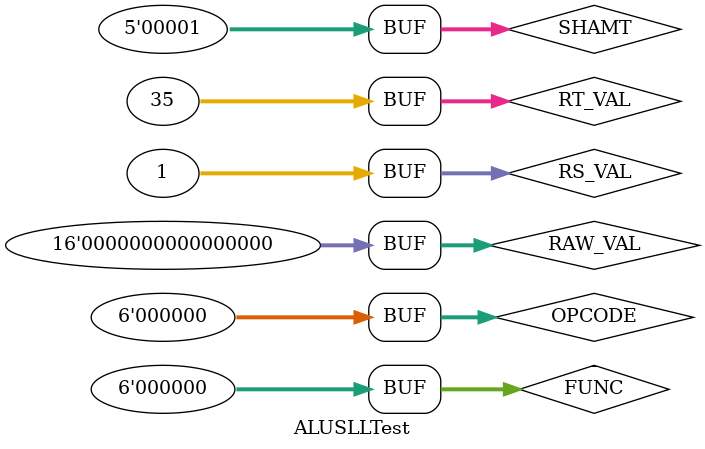
<source format=v>
`timescale 1ns / 1ps


module ALUSLLTest;

	// Inputs
	reg [5:0] OPCODE;
	reg [31:0] RS_VAL;
	reg [31:0] RT_VAL;
	reg [4:0] SHAMT;
	reg [5:0] FUNC;
	reg [15:0] RAW_VAL;

	// Outputs
	wire [31:0] RESULT;
	wire SIG_B;

	// Instantiate the Unit Under Test (UUT)
	ALU uut (
		.RESULT(RESULT), 
		.SIG_B(SIG_B), 
		.OPCODE(OPCODE), 
		.RS_VAL(RS_VAL), 
		.RT_VAL(RT_VAL), 
		.SHAMT(SHAMT), 
		.FUNC(FUNC), 
		.RAW_VAL(RAW_VAL)
	);

	initial begin
		// Initialize Inputs
		OPCODE = 0;
		RS_VAL = 0;
		RT_VAL = 0;
		SHAMT = 0;
		FUNC = 0;
		RAW_VAL = 0;

		// Wait 100 ns for global reset to finish
		#100;
        
		OPCODE = 6'b000000;
        RS_VAL = 15;
        RT_VAL = 12;
        SHAMT = 1;
        FUNC = 6'b000000;
        RAW_VAL = 0;
        #100;

        OPCODE = 6'b000000;
        RS_VAL = 23;
        RT_VAL = 22;
        SHAMT = 1;
        FUNC = 6'b000000;
        RAW_VAL = 0;
        #100;

        OPCODE = 6'b000000;
        RS_VAL = 1;
        RT_VAL = 35;
        SHAMT = 1;
        FUNC = 6'b000000;
        RAW_VAL = 0;
        #100;
	end
      
endmodule


</source>
